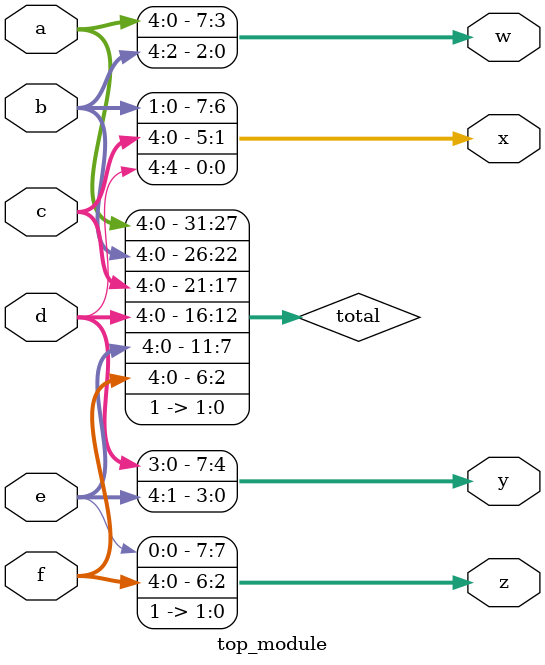
<source format=v>

module top_module(
    input [4:0] a,b,c,d,e,f,
    output [7:0] w,x,y,z
);

    wire [31:0] total;
    assign total = {a,b,c,d,e,f, 2'b11};

    assign z = total[7:0];
    assign y = total[15:8];
    assign x = total[23:16];
    assign w = total[31:24];

endmodule
</source>
